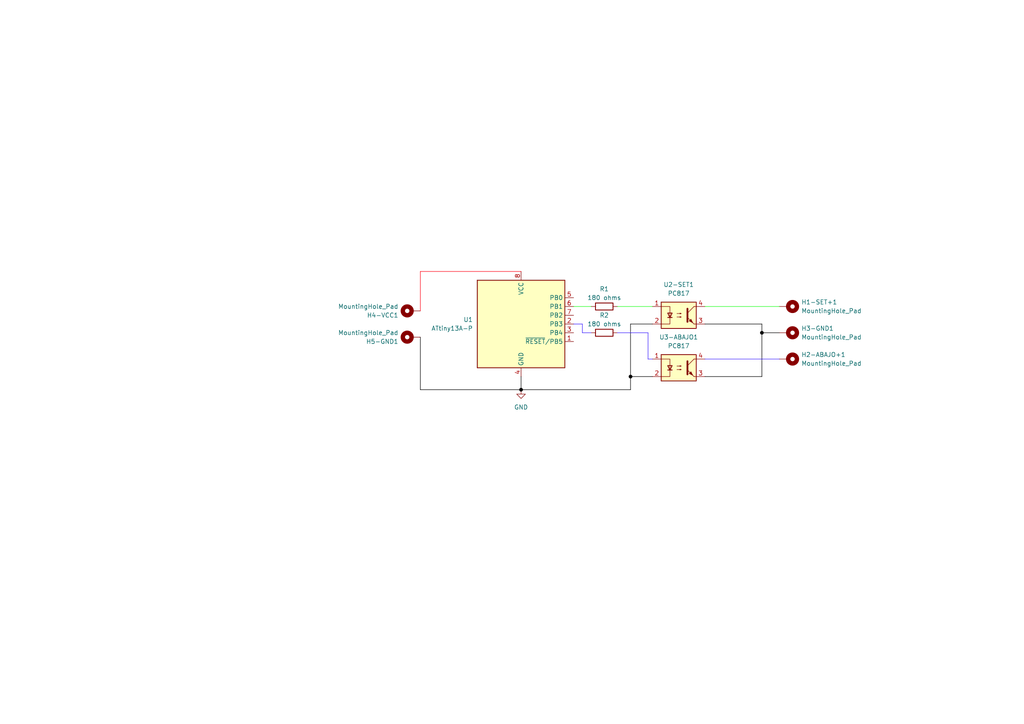
<source format=kicad_sch>
(kicad_sch (version 20230121) (generator eeschema)

  (uuid 5657cec7-a217-4f73-830d-525da60b94d6)

  (paper "A4")

  (lib_symbols
    (symbol "Device:R" (pin_numbers hide) (pin_names (offset 0)) (in_bom yes) (on_board yes)
      (property "Reference" "R" (at 2.032 0 90)
        (effects (font (size 1.27 1.27)))
      )
      (property "Value" "R" (at 0 0 90)
        (effects (font (size 1.27 1.27)))
      )
      (property "Footprint" "" (at -1.778 0 90)
        (effects (font (size 1.27 1.27)) hide)
      )
      (property "Datasheet" "~" (at 0 0 0)
        (effects (font (size 1.27 1.27)) hide)
      )
      (property "ki_keywords" "R res resistor" (at 0 0 0)
        (effects (font (size 1.27 1.27)) hide)
      )
      (property "ki_description" "Resistor" (at 0 0 0)
        (effects (font (size 1.27 1.27)) hide)
      )
      (property "ki_fp_filters" "R_*" (at 0 0 0)
        (effects (font (size 1.27 1.27)) hide)
      )
      (symbol "R_0_1"
        (rectangle (start -1.016 -2.54) (end 1.016 2.54)
          (stroke (width 0.254) (type default))
          (fill (type none))
        )
      )
      (symbol "R_1_1"
        (pin passive line (at 0 3.81 270) (length 1.27)
          (name "~" (effects (font (size 1.27 1.27))))
          (number "1" (effects (font (size 1.27 1.27))))
        )
        (pin passive line (at 0 -3.81 90) (length 1.27)
          (name "~" (effects (font (size 1.27 1.27))))
          (number "2" (effects (font (size 1.27 1.27))))
        )
      )
    )
    (symbol "Isolator:PC817" (pin_names (offset 1.016)) (in_bom yes) (on_board yes)
      (property "Reference" "U" (at -5.08 5.08 0)
        (effects (font (size 1.27 1.27)) (justify left))
      )
      (property "Value" "PC817" (at 0 5.08 0)
        (effects (font (size 1.27 1.27)) (justify left))
      )
      (property "Footprint" "Package_DIP:DIP-4_W7.62mm" (at -5.08 -5.08 0)
        (effects (font (size 1.27 1.27) italic) (justify left) hide)
      )
      (property "Datasheet" "http://www.soselectronic.cz/a_info/resource/d/pc817.pdf" (at 0 0 0)
        (effects (font (size 1.27 1.27)) (justify left) hide)
      )
      (property "ki_keywords" "NPN DC Optocoupler" (at 0 0 0)
        (effects (font (size 1.27 1.27)) hide)
      )
      (property "ki_description" "DC Optocoupler, Vce 35V, CTR 50-300%, DIP-4" (at 0 0 0)
        (effects (font (size 1.27 1.27)) hide)
      )
      (property "ki_fp_filters" "DIP*W7.62mm*" (at 0 0 0)
        (effects (font (size 1.27 1.27)) hide)
      )
      (symbol "PC817_0_1"
        (rectangle (start -5.08 3.81) (end 5.08 -3.81)
          (stroke (width 0.254) (type default))
          (fill (type background))
        )
        (polyline
          (pts
            (xy -3.175 -0.635)
            (xy -1.905 -0.635)
          )
          (stroke (width 0.254) (type default))
          (fill (type none))
        )
        (polyline
          (pts
            (xy 2.54 0.635)
            (xy 4.445 2.54)
          )
          (stroke (width 0) (type default))
          (fill (type none))
        )
        (polyline
          (pts
            (xy 4.445 -2.54)
            (xy 2.54 -0.635)
          )
          (stroke (width 0) (type default))
          (fill (type outline))
        )
        (polyline
          (pts
            (xy 4.445 -2.54)
            (xy 5.08 -2.54)
          )
          (stroke (width 0) (type default))
          (fill (type none))
        )
        (polyline
          (pts
            (xy 4.445 2.54)
            (xy 5.08 2.54)
          )
          (stroke (width 0) (type default))
          (fill (type none))
        )
        (polyline
          (pts
            (xy -5.08 2.54)
            (xy -2.54 2.54)
            (xy -2.54 -0.635)
          )
          (stroke (width 0) (type default))
          (fill (type none))
        )
        (polyline
          (pts
            (xy -2.54 -0.635)
            (xy -2.54 -2.54)
            (xy -5.08 -2.54)
          )
          (stroke (width 0) (type default))
          (fill (type none))
        )
        (polyline
          (pts
            (xy 2.54 1.905)
            (xy 2.54 -1.905)
            (xy 2.54 -1.905)
          )
          (stroke (width 0.508) (type default))
          (fill (type none))
        )
        (polyline
          (pts
            (xy -2.54 -0.635)
            (xy -3.175 0.635)
            (xy -1.905 0.635)
            (xy -2.54 -0.635)
          )
          (stroke (width 0.254) (type default))
          (fill (type none))
        )
        (polyline
          (pts
            (xy -0.508 -0.508)
            (xy 0.762 -0.508)
            (xy 0.381 -0.635)
            (xy 0.381 -0.381)
            (xy 0.762 -0.508)
          )
          (stroke (width 0) (type default))
          (fill (type none))
        )
        (polyline
          (pts
            (xy -0.508 0.508)
            (xy 0.762 0.508)
            (xy 0.381 0.381)
            (xy 0.381 0.635)
            (xy 0.762 0.508)
          )
          (stroke (width 0) (type default))
          (fill (type none))
        )
        (polyline
          (pts
            (xy 3.048 -1.651)
            (xy 3.556 -1.143)
            (xy 4.064 -2.159)
            (xy 3.048 -1.651)
            (xy 3.048 -1.651)
          )
          (stroke (width 0) (type default))
          (fill (type outline))
        )
      )
      (symbol "PC817_1_1"
        (pin passive line (at -7.62 2.54 0) (length 2.54)
          (name "~" (effects (font (size 1.27 1.27))))
          (number "1" (effects (font (size 1.27 1.27))))
        )
        (pin passive line (at -7.62 -2.54 0) (length 2.54)
          (name "~" (effects (font (size 1.27 1.27))))
          (number "2" (effects (font (size 1.27 1.27))))
        )
        (pin passive line (at 7.62 -2.54 180) (length 2.54)
          (name "~" (effects (font (size 1.27 1.27))))
          (number "3" (effects (font (size 1.27 1.27))))
        )
        (pin passive line (at 7.62 2.54 180) (length 2.54)
          (name "~" (effects (font (size 1.27 1.27))))
          (number "4" (effects (font (size 1.27 1.27))))
        )
      )
    )
    (symbol "MCU_Microchip_ATtiny:ATtiny13A-P" (in_bom yes) (on_board yes)
      (property "Reference" "U" (at -12.7 13.97 0)
        (effects (font (size 1.27 1.27)) (justify left bottom))
      )
      (property "Value" "ATtiny13A-P" (at 2.54 -13.97 0)
        (effects (font (size 1.27 1.27)) (justify left top))
      )
      (property "Footprint" "Package_DIP:DIP-8_W7.62mm" (at 0 0 0)
        (effects (font (size 1.27 1.27) italic) hide)
      )
      (property "Datasheet" "http://ww1.microchip.com/downloads/en/DeviceDoc/doc8126.pdf" (at 0 0 0)
        (effects (font (size 1.27 1.27)) hide)
      )
      (property "ki_keywords" "AVR 8bit Microcontroller tinyAVR" (at 0 0 0)
        (effects (font (size 1.27 1.27)) hide)
      )
      (property "ki_description" "20MHz, 1kB Flash, 64B SRAM, 64B EEPROM, debugWIRE, DIP-8" (at 0 0 0)
        (effects (font (size 1.27 1.27)) hide)
      )
      (property "ki_fp_filters" "DIP*W7.62mm*" (at 0 0 0)
        (effects (font (size 1.27 1.27)) hide)
      )
      (symbol "ATtiny13A-P_0_1"
        (rectangle (start -12.7 -12.7) (end 12.7 12.7)
          (stroke (width 0.254) (type default))
          (fill (type background))
        )
      )
      (symbol "ATtiny13A-P_1_1"
        (pin bidirectional line (at 15.24 -5.08 180) (length 2.54)
          (name "~{RESET}/PB5" (effects (font (size 1.27 1.27))))
          (number "1" (effects (font (size 1.27 1.27))))
        )
        (pin bidirectional line (at 15.24 0 180) (length 2.54)
          (name "PB3" (effects (font (size 1.27 1.27))))
          (number "2" (effects (font (size 1.27 1.27))))
        )
        (pin bidirectional line (at 15.24 -2.54 180) (length 2.54)
          (name "PB4" (effects (font (size 1.27 1.27))))
          (number "3" (effects (font (size 1.27 1.27))))
        )
        (pin power_in line (at 0 -15.24 90) (length 2.54)
          (name "GND" (effects (font (size 1.27 1.27))))
          (number "4" (effects (font (size 1.27 1.27))))
        )
        (pin bidirectional line (at 15.24 7.62 180) (length 2.54)
          (name "PB0" (effects (font (size 1.27 1.27))))
          (number "5" (effects (font (size 1.27 1.27))))
        )
        (pin bidirectional line (at 15.24 5.08 180) (length 2.54)
          (name "PB1" (effects (font (size 1.27 1.27))))
          (number "6" (effects (font (size 1.27 1.27))))
        )
        (pin bidirectional line (at 15.24 2.54 180) (length 2.54)
          (name "PB2" (effects (font (size 1.27 1.27))))
          (number "7" (effects (font (size 1.27 1.27))))
        )
        (pin power_in line (at 0 15.24 270) (length 2.54)
          (name "VCC" (effects (font (size 1.27 1.27))))
          (number "8" (effects (font (size 1.27 1.27))))
        )
      )
    )
    (symbol "Mechanical:MountingHole_Pad" (pin_numbers hide) (pin_names (offset 1.016) hide) (in_bom yes) (on_board yes)
      (property "Reference" "H" (at 0 6.35 0)
        (effects (font (size 1.27 1.27)))
      )
      (property "Value" "MountingHole_Pad" (at 0 4.445 0)
        (effects (font (size 1.27 1.27)))
      )
      (property "Footprint" "" (at 0 0 0)
        (effects (font (size 1.27 1.27)) hide)
      )
      (property "Datasheet" "~" (at 0 0 0)
        (effects (font (size 1.27 1.27)) hide)
      )
      (property "ki_keywords" "mounting hole" (at 0 0 0)
        (effects (font (size 1.27 1.27)) hide)
      )
      (property "ki_description" "Mounting Hole with connection" (at 0 0 0)
        (effects (font (size 1.27 1.27)) hide)
      )
      (property "ki_fp_filters" "MountingHole*Pad*" (at 0 0 0)
        (effects (font (size 1.27 1.27)) hide)
      )
      (symbol "MountingHole_Pad_0_1"
        (circle (center 0 1.27) (radius 1.27)
          (stroke (width 1.27) (type default))
          (fill (type none))
        )
      )
      (symbol "MountingHole_Pad_1_1"
        (pin input line (at 0 -2.54 90) (length 2.54)
          (name "1" (effects (font (size 1.27 1.27))))
          (number "1" (effects (font (size 1.27 1.27))))
        )
      )
    )
    (symbol "power:GND" (power) (pin_names (offset 0)) (in_bom yes) (on_board yes)
      (property "Reference" "#PWR" (at 0 -6.35 0)
        (effects (font (size 1.27 1.27)) hide)
      )
      (property "Value" "GND" (at 0 -3.81 0)
        (effects (font (size 1.27 1.27)))
      )
      (property "Footprint" "" (at 0 0 0)
        (effects (font (size 1.27 1.27)) hide)
      )
      (property "Datasheet" "" (at 0 0 0)
        (effects (font (size 1.27 1.27)) hide)
      )
      (property "ki_keywords" "global power" (at 0 0 0)
        (effects (font (size 1.27 1.27)) hide)
      )
      (property "ki_description" "Power symbol creates a global label with name \"GND\" , ground" (at 0 0 0)
        (effects (font (size 1.27 1.27)) hide)
      )
      (symbol "GND_0_1"
        (polyline
          (pts
            (xy 0 0)
            (xy 0 -1.27)
            (xy 1.27 -1.27)
            (xy 0 -2.54)
            (xy -1.27 -1.27)
            (xy 0 -1.27)
          )
          (stroke (width 0) (type default))
          (fill (type none))
        )
      )
      (symbol "GND_1_1"
        (pin power_in line (at 0 0 270) (length 0) hide
          (name "GND" (effects (font (size 1.27 1.27))))
          (number "1" (effects (font (size 1.27 1.27))))
        )
      )
    )
  )

  (junction (at 182.88 109.22) (diameter 0) (color 0 0 0 1)
    (uuid 1fd8e078-d682-45f3-af2d-e5a32fbd5d37)
  )
  (junction (at 151.13 113.03) (diameter 0) (color 0 0 0 1)
    (uuid 3c3e0f2d-aecd-47d2-aea3-1802476049f3)
  )
  (junction (at 220.98 96.52) (diameter 0) (color 5 5 5 1)
    (uuid 591f3c4f-090a-4c47-8fb8-6c1a0ecb8cc8)
  )

  (wire (pts (xy 151.13 113.03) (xy 151.13 109.22))
    (stroke (width 0) (type default) (color 5 5 5 1))
    (uuid 00709647-5e25-4ee4-97b6-3d39f3b3e536)
  )
  (wire (pts (xy 151.13 113.03) (xy 182.88 113.03))
    (stroke (width 0) (type default) (color 5 5 5 1))
    (uuid 0282106b-da5c-4927-af6a-96cdf949f96e)
  )
  (wire (pts (xy 168.91 96.52) (xy 168.91 93.98))
    (stroke (width 0) (type default) (color 58 29 255 1))
    (uuid 0584e335-2f16-4cb1-94ba-9a5264aedd6f)
  )
  (wire (pts (xy 187.96 96.52) (xy 187.96 104.14))
    (stroke (width 0) (type default) (color 58 29 255 1))
    (uuid 16a2f48e-1604-40ad-a38a-68055d399691)
  )
  (wire (pts (xy 187.96 104.14) (xy 189.23 104.14))
    (stroke (width 0) (type default) (color 58 29 255 1))
    (uuid 17a5a663-dada-4b65-b540-df45768322d9)
  )
  (wire (pts (xy 182.88 93.98) (xy 182.88 109.22))
    (stroke (width 0) (type default) (color 0 0 0 1))
    (uuid 1f49ec8c-a2b5-43c0-82cc-51cf5b72ba47)
  )
  (wire (pts (xy 168.91 93.98) (xy 166.37 93.98))
    (stroke (width 0) (type default) (color 58 29 255 1))
    (uuid 31554d36-be42-4457-98fc-fb08712457a2)
  )
  (wire (pts (xy 182.88 109.22) (xy 189.23 109.22))
    (stroke (width 0) (type default) (color 0 0 0 1))
    (uuid 32fa95f6-d298-432d-85d0-a4d8f739420e)
  )
  (wire (pts (xy 151.13 78.74) (xy 121.92 78.74))
    (stroke (width 0) (type default) (color 255 9 25 1))
    (uuid 339600f8-c58e-417c-aad1-77ea2a5b7ba1)
  )
  (wire (pts (xy 168.91 96.52) (xy 171.45 96.52))
    (stroke (width 0) (type default) (color 58 29 255 1))
    (uuid 3d4e75c0-583e-49b9-95a6-2a31a1401d21)
  )
  (wire (pts (xy 121.92 78.74) (xy 121.92 90.17))
    (stroke (width 0) (type default) (color 255 9 25 1))
    (uuid 3dc4bfb2-7abb-4bc6-9dd8-7bc936e4f0ea)
  )
  (wire (pts (xy 220.98 96.52) (xy 220.98 109.22))
    (stroke (width 0) (type default) (color 0 0 0 1))
    (uuid 48847b12-d179-41e6-a83e-532443e29a22)
  )
  (wire (pts (xy 182.88 109.22) (xy 182.88 113.03))
    (stroke (width 0) (type default) (color 0 0 0 1))
    (uuid 55868885-0de6-4200-999a-2825f954f014)
  )
  (wire (pts (xy 179.07 96.52) (xy 187.96 96.52))
    (stroke (width 0) (type default) (color 58 29 255 1))
    (uuid 6763d3fe-7f1a-4bcb-962b-c8d464228004)
  )
  (wire (pts (xy 204.47 109.22) (xy 220.98 109.22))
    (stroke (width 0) (type default) (color 0 0 0 1))
    (uuid 6fdcfbf2-8132-4ab6-8bc7-eaccf2700a76)
  )
  (wire (pts (xy 204.47 88.9) (xy 226.06 88.9))
    (stroke (width 0) (type default) (color 30 255 28 1))
    (uuid 7ff4e26e-127d-4d22-bd47-6c6dea1f3e69)
  )
  (wire (pts (xy 151.13 113.03) (xy 121.92 113.03))
    (stroke (width 0) (type default) (color 5 5 5 1))
    (uuid 9aab46cd-923f-46a4-828a-8378551b3cd1)
  )
  (wire (pts (xy 121.92 113.03) (xy 121.92 97.79))
    (stroke (width 0) (type default) (color 5 5 5 1))
    (uuid a2bffa09-c616-4739-8694-6bc2dc3a98ac)
  )
  (wire (pts (xy 204.47 93.98) (xy 220.98 93.98))
    (stroke (width 0) (type default) (color 0 0 0 1))
    (uuid bbf86b0c-879c-4508-8067-5582d0e11d5f)
  )
  (wire (pts (xy 189.23 93.98) (xy 182.88 93.98))
    (stroke (width 0) (type default) (color 5 5 5 1))
    (uuid c98f9e1f-a0ca-45a3-8a88-42a0b52425da)
  )
  (wire (pts (xy 220.98 93.98) (xy 220.98 96.52))
    (stroke (width 0) (type default) (color 0 0 0 1))
    (uuid d144e07f-291b-425a-8db3-facfb0f11b61)
  )
  (wire (pts (xy 166.37 88.9) (xy 171.45 88.9))
    (stroke (width 0) (type default) (color 30 255 28 1))
    (uuid d3e3ebec-3404-49a1-86b1-978f1e64ed45)
  )
  (wire (pts (xy 179.07 88.9) (xy 189.23 88.9))
    (stroke (width 0) (type default) (color 30 255 28 1))
    (uuid eb90e666-4d49-45df-8608-72a35c8f21ef)
  )
  (wire (pts (xy 220.98 96.52) (xy 226.06 96.52))
    (stroke (width 0) (type default) (color 0 0 0 1))
    (uuid eeca4e03-8bce-4a2b-9f7c-7629aa5180c4)
  )
  (wire (pts (xy 204.47 104.14) (xy 226.06 104.14))
    (stroke (width 0) (type default) (color 58 29 255 1))
    (uuid fd6fc0af-d4ca-49bb-8c39-4f54e5269077)
  )

  (symbol (lib_id "Isolator:PC817") (at 196.85 91.44 0) (unit 1)
    (in_bom yes) (on_board yes) (dnp no) (fields_autoplaced)
    (uuid 05c5a708-fe34-4040-ba94-0e13f2527780)
    (property "Reference" "U2-SET1" (at 196.85 82.55 0)
      (effects (font (size 1.27 1.27)))
    )
    (property "Value" "PC817" (at 196.85 85.09 0)
      (effects (font (size 1.27 1.27)))
    )
    (property "Footprint" "Package_DIP:DIP-4_W7.62mm" (at 191.77 96.52 0)
      (effects (font (size 1.27 1.27) italic) (justify left) hide)
    )
    (property "Datasheet" "http://www.soselectronic.cz/a_info/resource/d/pc817.pdf" (at 196.85 91.44 0)
      (effects (font (size 1.27 1.27)) (justify left) hide)
    )
    (pin "2" (uuid a8c9ebc0-9a1b-45d8-8042-b015263b6aac))
    (pin "1" (uuid d840e00d-d14a-414f-ab5f-14a2fcd9b978))
    (pin "4" (uuid 2ee1f161-f082-491a-b608-d012c6661110))
    (pin "3" (uuid f6d3a458-0cc2-4ddb-8c43-7eaf9b82129c))
    (instances
      (project "chip_luz_tito"
        (path "/5657cec7-a217-4f73-830d-525da60b94d6"
          (reference "U2-SET1") (unit 1)
        )
      )
    )
  )

  (symbol (lib_id "Device:R") (at 175.26 88.9 90) (unit 1)
    (in_bom yes) (on_board yes) (dnp no)
    (uuid 1b46656d-d0eb-4356-ac5f-28f5a7ef65ba)
    (property "Reference" "R1" (at 175.26 83.82 90)
      (effects (font (size 1.27 1.27)))
    )
    (property "Value" "180 ohms" (at 175.26 86.36 90)
      (effects (font (size 1.27 1.27)))
    )
    (property "Footprint" "Resistor_THT:R_Axial_DIN0411_L9.9mm_D3.6mm_P12.70mm_Horizontal" (at 175.26 90.678 90)
      (effects (font (size 1.27 1.27)) hide)
    )
    (property "Datasheet" "~" (at 175.26 88.9 0)
      (effects (font (size 1.27 1.27)) hide)
    )
    (pin "1" (uuid cda9ddae-8a86-42c6-8d87-84e20769aa8c))
    (pin "2" (uuid 1b51a5ee-804d-40e2-ac13-9957da1ec5af))
    (instances
      (project "chip_luz_tito"
        (path "/5657cec7-a217-4f73-830d-525da60b94d6"
          (reference "R1") (unit 1)
        )
      )
    )
  )

  (symbol (lib_id "Mechanical:MountingHole_Pad") (at 228.6 104.14 270) (unit 1)
    (in_bom yes) (on_board yes) (dnp no) (fields_autoplaced)
    (uuid 2e0f1f93-e2b2-46fc-94f3-4d896e577dee)
    (property "Reference" "H2-ABAJO+1" (at 232.41 102.87 90)
      (effects (font (size 1.27 1.27)) (justify left))
    )
    (property "Value" "MountingHole_Pad" (at 232.41 105.41 90)
      (effects (font (size 1.27 1.27)) (justify left))
    )
    (property "Footprint" "MountingHole:MountingHole_2.2mm_M2_DIN965_Pad" (at 228.6 104.14 0)
      (effects (font (size 1.27 1.27)) hide)
    )
    (property "Datasheet" "~" (at 228.6 104.14 0)
      (effects (font (size 1.27 1.27)) hide)
    )
    (pin "1" (uuid add1fa50-212c-40db-a5d7-9568d6a9d4c2))
    (instances
      (project "chip_luz_tito"
        (path "/5657cec7-a217-4f73-830d-525da60b94d6"
          (reference "H2-ABAJO+1") (unit 1)
        )
      )
    )
  )

  (symbol (lib_id "Mechanical:MountingHole_Pad") (at 119.38 97.79 90) (unit 1)
    (in_bom yes) (on_board yes) (dnp no) (fields_autoplaced)
    (uuid 57e4e2ec-9ba6-482e-ad46-12dfebdedf30)
    (property "Reference" "H5-GND1" (at 115.57 99.06 90)
      (effects (font (size 1.27 1.27)) (justify left))
    )
    (property "Value" "MountingHole_Pad" (at 115.57 96.52 90)
      (effects (font (size 1.27 1.27)) (justify left))
    )
    (property "Footprint" "MountingHole:MountingHole_2.2mm_M2_DIN965_Pad" (at 119.38 97.79 0)
      (effects (font (size 1.27 1.27)) hide)
    )
    (property "Datasheet" "~" (at 119.38 97.79 0)
      (effects (font (size 1.27 1.27)) hide)
    )
    (pin "1" (uuid edc6537b-2609-4e2c-8051-81fd8ab293d9))
    (instances
      (project "chip_luz_tito"
        (path "/5657cec7-a217-4f73-830d-525da60b94d6"
          (reference "H5-GND1") (unit 1)
        )
      )
    )
  )

  (symbol (lib_id "Mechanical:MountingHole_Pad") (at 119.38 90.17 90) (unit 1)
    (in_bom yes) (on_board yes) (dnp no) (fields_autoplaced)
    (uuid 696f5a38-b182-4128-80b4-e347d041fe55)
    (property "Reference" "H4-VCC1" (at 115.57 91.44 90)
      (effects (font (size 1.27 1.27)) (justify left))
    )
    (property "Value" "MountingHole_Pad" (at 115.57 88.9 90)
      (effects (font (size 1.27 1.27)) (justify left))
    )
    (property "Footprint" "MountingHole:MountingHole_2.2mm_M2_DIN965_Pad" (at 119.38 90.17 0)
      (effects (font (size 1.27 1.27)) hide)
    )
    (property "Datasheet" "~" (at 119.38 90.17 0)
      (effects (font (size 1.27 1.27)) hide)
    )
    (pin "1" (uuid 4193e93d-5460-4f73-b24b-24f10d5b29a3))
    (instances
      (project "chip_luz_tito"
        (path "/5657cec7-a217-4f73-830d-525da60b94d6"
          (reference "H4-VCC1") (unit 1)
        )
      )
    )
  )

  (symbol (lib_id "power:GND") (at 151.13 113.03 0) (unit 1)
    (in_bom yes) (on_board yes) (dnp no) (fields_autoplaced)
    (uuid 6c3146bd-f2c7-43ca-8e5b-6d1da64adcc4)
    (property "Reference" "#PWR01" (at 151.13 119.38 0)
      (effects (font (size 1.27 1.27)) hide)
    )
    (property "Value" "GND" (at 151.13 118.11 0)
      (effects (font (size 1.27 1.27)))
    )
    (property "Footprint" "" (at 151.13 113.03 0)
      (effects (font (size 1.27 1.27)) hide)
    )
    (property "Datasheet" "" (at 151.13 113.03 0)
      (effects (font (size 1.27 1.27)) hide)
    )
    (pin "1" (uuid 8027d1d1-d5d5-4456-8abc-7cc5b821e642))
    (instances
      (project "chip_luz_tito"
        (path "/5657cec7-a217-4f73-830d-525da60b94d6"
          (reference "#PWR01") (unit 1)
        )
      )
    )
  )

  (symbol (lib_id "Mechanical:MountingHole_Pad") (at 228.6 96.52 270) (unit 1)
    (in_bom yes) (on_board yes) (dnp no) (fields_autoplaced)
    (uuid 6e70a0cd-55a1-4b8c-9b0c-26139a838145)
    (property "Reference" "H3-GND1" (at 232.41 95.25 90)
      (effects (font (size 1.27 1.27)) (justify left))
    )
    (property "Value" "MountingHole_Pad" (at 232.41 97.79 90)
      (effects (font (size 1.27 1.27)) (justify left))
    )
    (property "Footprint" "MountingHole:MountingHole_2.2mm_M2_DIN965_Pad" (at 228.6 96.52 0)
      (effects (font (size 1.27 1.27)) hide)
    )
    (property "Datasheet" "~" (at 228.6 96.52 0)
      (effects (font (size 1.27 1.27)) hide)
    )
    (pin "1" (uuid 3150e3b8-b84c-4d07-88c0-65fa2eceb932))
    (instances
      (project "chip_luz_tito"
        (path "/5657cec7-a217-4f73-830d-525da60b94d6"
          (reference "H3-GND1") (unit 1)
        )
      )
    )
  )

  (symbol (lib_id "MCU_Microchip_ATtiny:ATtiny13A-P") (at 151.13 93.98 0) (unit 1)
    (in_bom yes) (on_board yes) (dnp no) (fields_autoplaced)
    (uuid ac32cf4b-b8a5-4218-ab62-6b9686eb696b)
    (property "Reference" "U1" (at 137.16 92.71 0)
      (effects (font (size 1.27 1.27)) (justify right))
    )
    (property "Value" "ATtiny13A-P" (at 137.16 95.25 0)
      (effects (font (size 1.27 1.27)) (justify right))
    )
    (property "Footprint" "Package_DIP:DIP-8_W7.62mm_Socket_LongPads" (at 151.13 93.98 0)
      (effects (font (size 1.27 1.27) italic) hide)
    )
    (property "Datasheet" "http://ww1.microchip.com/downloads/en/DeviceDoc/doc8126.pdf" (at 151.13 93.98 0)
      (effects (font (size 1.27 1.27)) hide)
    )
    (pin "7" (uuid 6fd0777c-db0f-4cbc-a801-0e68110d6801))
    (pin "6" (uuid 958c4fde-6102-4dd5-83ad-d447fc7a3b0c))
    (pin "2" (uuid 858d3ce0-577e-40d0-a56a-75129ce26055))
    (pin "8" (uuid 147dc98b-8a0f-474a-ab4b-169237619d8d))
    (pin "4" (uuid 52c0cf62-79e7-4dd5-9e4f-e7d65e345b6a))
    (pin "5" (uuid 6de3e0e4-e62d-49f8-b139-f3a708a3a0a9))
    (pin "3" (uuid caefbbb0-f7e5-46fd-8ccd-d6d68b434560))
    (pin "1" (uuid f6792370-008a-4723-b7eb-df16c7d7b960))
    (instances
      (project "chip_luz_tito"
        (path "/5657cec7-a217-4f73-830d-525da60b94d6"
          (reference "U1") (unit 1)
        )
      )
    )
  )

  (symbol (lib_id "Isolator:PC817") (at 196.85 106.68 0) (unit 1)
    (in_bom yes) (on_board yes) (dnp no) (fields_autoplaced)
    (uuid d250b8fb-c804-4a70-997f-5e87b688fcb9)
    (property "Reference" "U3-ABAJO1" (at 196.85 97.79 0)
      (effects (font (size 1.27 1.27)))
    )
    (property "Value" "PC817" (at 196.85 100.33 0)
      (effects (font (size 1.27 1.27)))
    )
    (property "Footprint" "Package_DIP:DIP-4_W7.62mm" (at 191.77 111.76 0)
      (effects (font (size 1.27 1.27) italic) (justify left) hide)
    )
    (property "Datasheet" "http://www.soselectronic.cz/a_info/resource/d/pc817.pdf" (at 196.85 106.68 0)
      (effects (font (size 1.27 1.27)) (justify left) hide)
    )
    (pin "2" (uuid a4c943e7-01ec-4726-8260-9688174d09f0))
    (pin "3" (uuid c1fecb76-a01a-476d-9c13-366f20a2d70e))
    (pin "1" (uuid af0ba326-00b1-48ac-9827-7abd44339dd8))
    (pin "4" (uuid 890b1156-5475-4ca7-8c3e-2b967b5fb198))
    (instances
      (project "chip_luz_tito"
        (path "/5657cec7-a217-4f73-830d-525da60b94d6"
          (reference "U3-ABAJO1") (unit 1)
        )
      )
    )
  )

  (symbol (lib_id "Mechanical:MountingHole_Pad") (at 228.6 88.9 270) (unit 1)
    (in_bom yes) (on_board yes) (dnp no) (fields_autoplaced)
    (uuid dbdbea04-9f1a-4063-9bf9-ad32db35d0c8)
    (property "Reference" "H1-SET+1" (at 232.41 87.63 90)
      (effects (font (size 1.27 1.27)) (justify left))
    )
    (property "Value" "MountingHole_Pad" (at 232.41 90.17 90)
      (effects (font (size 1.27 1.27)) (justify left))
    )
    (property "Footprint" "MountingHole:MountingHole_2.2mm_M2_DIN965_Pad" (at 228.6 88.9 0)
      (effects (font (size 1.27 1.27)) hide)
    )
    (property "Datasheet" "~" (at 228.6 88.9 0)
      (effects (font (size 1.27 1.27)) hide)
    )
    (pin "1" (uuid 60828d37-4240-4742-9f5d-7513cbe217b4))
    (instances
      (project "chip_luz_tito"
        (path "/5657cec7-a217-4f73-830d-525da60b94d6"
          (reference "H1-SET+1") (unit 1)
        )
      )
    )
  )

  (symbol (lib_id "Device:R") (at 175.26 96.52 90) (unit 1)
    (in_bom yes) (on_board yes) (dnp no)
    (uuid f5a284fa-8d4e-478a-86bb-8abad547e593)
    (property "Reference" "R2" (at 175.26 91.44 90)
      (effects (font (size 1.27 1.27)))
    )
    (property "Value" "180 ohms" (at 175.26 93.98 90)
      (effects (font (size 1.27 1.27)))
    )
    (property "Footprint" "Resistor_THT:R_Axial_DIN0411_L9.9mm_D3.6mm_P12.70mm_Horizontal" (at 175.26 98.298 90)
      (effects (font (size 1.27 1.27)) hide)
    )
    (property "Datasheet" "~" (at 175.26 96.52 0)
      (effects (font (size 1.27 1.27)) hide)
    )
    (pin "1" (uuid 4aeff688-bd14-433d-95b3-5ecb44ba6991))
    (pin "2" (uuid c4d9307b-4668-4f2e-9f2d-54f7cd6201c2))
    (instances
      (project "chip_luz_tito"
        (path "/5657cec7-a217-4f73-830d-525da60b94d6"
          (reference "R2") (unit 1)
        )
      )
    )
  )

  (sheet_instances
    (path "/" (page "1"))
  )
)

</source>
